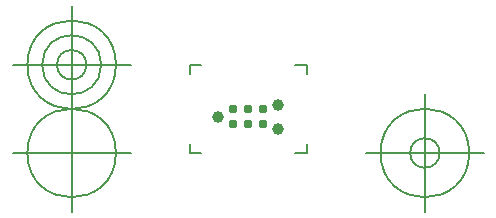
<source format=gbr>
G04 Generated by Ultiboard 11.0 *
%FSLAX25Y25*%
%MOIN*%

%ADD10C,0.00500*%
%ADD11C,0.03900*%
%ADD12C,0.03100*%


G04 ColorRGB 0000FF for the following layer *
%LNCopper Bottom*%
%LPD*%
%FSLAX25Y25*%
%MOIN*%
G54D10*
X4498Y13998D02*
X4498Y16938D01*
X4498Y13998D02*
X8398Y13998D01*
X43503Y13998D02*
X39602Y13998D01*
X43503Y13998D02*
X43503Y16938D01*
X43503Y43400D02*
X43503Y40460D01*
X43503Y43400D02*
X39602Y43400D01*
X4498Y43400D02*
X8398Y43400D01*
X4498Y43400D02*
X4498Y40460D01*
X-15188Y13998D02*
X-54558Y13998D01*
X-34873Y-5688D02*
X-34873Y33683D01*
X-49636Y13998D02*
G75*
D01*
G02X-49636Y13998I14764J0*
G01*
X63188Y13998D02*
X102558Y13998D01*
X82873Y-5688D02*
X82873Y33683D01*
X68109Y13998D02*
G75*
D01*
G02X68109Y13998I14764J0*
G01*
X77951Y13998D02*
G75*
D01*
G02X77951Y13998I4921J0*
G01*
X-15188Y43400D02*
X-54558Y43400D01*
X-34873Y23715D02*
X-34873Y63085D01*
X-49636Y43400D02*
G75*
D01*
G02X-49636Y43400I14764J0*
G01*
X-44715Y43400D02*
G75*
D01*
G02X-44715Y43400I9843J0*
G01*
X-39794Y43400D02*
G75*
D01*
G02X-39794Y43400I4921J0*
G01*
G54D11*
X34000Y30000D03*
X34000Y22000D03*
X14000Y26000D03*
G54D12*
X29000Y28500D03*
X29000Y23500D03*
X19000Y28500D03*
X19000Y23500D03*
X24000Y28500D03*
X24000Y23500D03*

M00*

</source>
